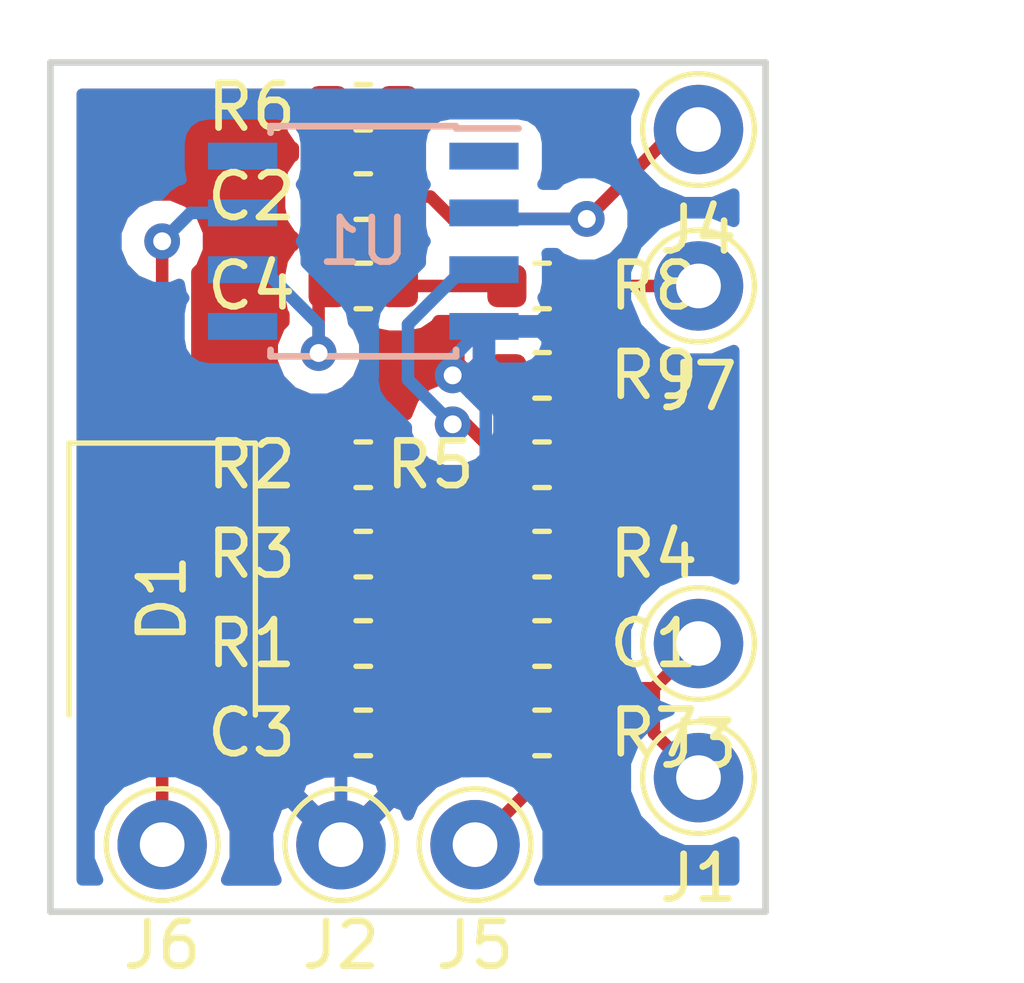
<source format=kicad_pcb>
(kicad_pcb (version 20171130) (host pcbnew 5.0.2-5.fc29)

  (general
    (thickness 1.6)
    (drawings 4)
    (tracks 60)
    (zones 0)
    (modules 22)
    (nets 14)
  )

  (page A4)
  (layers
    (0 F.Cu signal)
    (31 B.Cu signal)
    (32 B.Adhes user)
    (33 F.Adhes user)
    (34 B.Paste user)
    (35 F.Paste user)
    (36 B.SilkS user)
    (37 F.SilkS user)
    (38 B.Mask user)
    (39 F.Mask user)
    (40 Dwgs.User user)
    (41 Cmts.User user)
    (42 Eco1.User user)
    (43 Eco2.User user)
    (44 Edge.Cuts user)
    (45 Margin user)
    (46 B.CrtYd user)
    (47 F.CrtYd user)
    (48 B.Fab user)
    (49 F.Fab user)
  )

  (setup
    (last_trace_width 0.28)
    (trace_clearance 0.2)
    (zone_clearance 0.508)
    (zone_45_only no)
    (trace_min 0.2)
    (segment_width 0.2)
    (edge_width 0.15)
    (via_size 0.8)
    (via_drill 0.4)
    (via_min_size 0.4)
    (via_min_drill 0.3)
    (uvia_size 0.3)
    (uvia_drill 0.1)
    (uvias_allowed no)
    (uvia_min_size 0.2)
    (uvia_min_drill 0.1)
    (pcb_text_width 0.3)
    (pcb_text_size 1.5 1.5)
    (mod_edge_width 0.15)
    (mod_text_size 1 1)
    (mod_text_width 0.15)
    (pad_size 1.524 1.524)
    (pad_drill 0.762)
    (pad_to_mask_clearance 0.051)
    (solder_mask_min_width 0.25)
    (aux_axis_origin 0 0)
    (visible_elements FFFDFF7F)
    (pcbplotparams
      (layerselection 0x010fc_ffffffff)
      (usegerberextensions false)
      (usegerberattributes false)
      (usegerberadvancedattributes false)
      (creategerberjobfile false)
      (excludeedgelayer true)
      (linewidth 0.100000)
      (plotframeref false)
      (viasonmask false)
      (mode 1)
      (useauxorigin false)
      (hpglpennumber 1)
      (hpglpenspeed 20)
      (hpglpendiameter 15.000000)
      (psnegative false)
      (psa4output false)
      (plotreference true)
      (plotvalue true)
      (plotinvisibletext false)
      (padsonsilk false)
      (subtractmaskfromsilk false)
      (outputformat 1)
      (mirror false)
      (drillshape 1)
      (scaleselection 1)
      (outputdirectory ""))
  )

  (net 0 "")
  (net 1 "Net-(C1-Pad2)")
  (net 2 "Net-(C1-Pad1)")
  (net 3 "Net-(C2-Pad2)")
  (net 4 "Net-(C2-Pad1)")
  (net 5 "Net-(C3-Pad1)")
  (net 6 GND)
  (net 7 "Net-(C4-Pad1)")
  (net 8 "Net-(J5-Pad1)")
  (net 9 "Net-(J7-Pad1)")
  (net 10 "Net-(R2-Pad2)")
  (net 11 "Net-(R5-Pad1)")
  (net 12 "Net-(D1-Pad1)")
  (net 13 "Net-(D1-Pad2)")

  (net_class Default "This is the default net class."
    (clearance 0.2)
    (trace_width 0.28)
    (via_dia 0.8)
    (via_drill 0.4)
    (uvia_dia 0.3)
    (uvia_drill 0.1)
    (add_net GND)
    (add_net "Net-(C1-Pad1)")
    (add_net "Net-(C1-Pad2)")
    (add_net "Net-(C2-Pad1)")
    (add_net "Net-(C2-Pad2)")
    (add_net "Net-(C3-Pad1)")
    (add_net "Net-(C4-Pad1)")
    (add_net "Net-(D1-Pad1)")
    (add_net "Net-(D1-Pad2)")
    (add_net "Net-(J5-Pad1)")
    (add_net "Net-(J7-Pad1)")
    (add_net "Net-(R2-Pad2)")
    (add_net "Net-(R5-Pad1)")
  )

  (module Capacitor_SMD:C_0603_1608Metric (layer F.Cu) (tedit 5B301BBE) (tstamp 5CCA991B)
    (at 137 112.5 180)
    (descr "Capacitor SMD 0603 (1608 Metric), square (rectangular) end terminal, IPC_7351 nominal, (Body size source: http://www.tortai-tech.com/upload/download/2011102023233369053.pdf), generated with kicad-footprint-generator")
    (tags capacitor)
    (path /5CCA58FE)
    (attr smd)
    (fp_text reference C1 (at -2.5 0 180) (layer F.SilkS)
      (effects (font (size 1 1) (thickness 0.15)))
    )
    (fp_text value 0.1uF (at 0 1.43 180) (layer F.Fab)
      (effects (font (size 1 1) (thickness 0.15)))
    )
    (fp_text user %R (at 0 0 180) (layer F.Fab)
      (effects (font (size 0.4 0.4) (thickness 0.06)))
    )
    (fp_line (start 1.48 0.73) (end -1.48 0.73) (layer F.CrtYd) (width 0.05))
    (fp_line (start 1.48 -0.73) (end 1.48 0.73) (layer F.CrtYd) (width 0.05))
    (fp_line (start -1.48 -0.73) (end 1.48 -0.73) (layer F.CrtYd) (width 0.05))
    (fp_line (start -1.48 0.73) (end -1.48 -0.73) (layer F.CrtYd) (width 0.05))
    (fp_line (start -0.162779 0.51) (end 0.162779 0.51) (layer F.SilkS) (width 0.12))
    (fp_line (start -0.162779 -0.51) (end 0.162779 -0.51) (layer F.SilkS) (width 0.12))
    (fp_line (start 0.8 0.4) (end -0.8 0.4) (layer F.Fab) (width 0.1))
    (fp_line (start 0.8 -0.4) (end 0.8 0.4) (layer F.Fab) (width 0.1))
    (fp_line (start -0.8 -0.4) (end 0.8 -0.4) (layer F.Fab) (width 0.1))
    (fp_line (start -0.8 0.4) (end -0.8 -0.4) (layer F.Fab) (width 0.1))
    (pad 2 smd roundrect (at 0.7875 0 180) (size 0.875 0.95) (layers F.Cu F.Paste F.Mask) (roundrect_rratio 0.25)
      (net 1 "Net-(C1-Pad2)"))
    (pad 1 smd roundrect (at -0.7875 0 180) (size 0.875 0.95) (layers F.Cu F.Paste F.Mask) (roundrect_rratio 0.25)
      (net 2 "Net-(C1-Pad1)"))
    (model ${KISYS3DMOD}/Capacitor_SMD.3dshapes/C_0603_1608Metric.wrl
      (at (xyz 0 0 0))
      (scale (xyz 1 1 1))
      (rotate (xyz 0 0 0))
    )
  )

  (module Capacitor_SMD:C_0603_1608Metric (layer F.Cu) (tedit 5B301BBE) (tstamp 5CCA992C)
    (at 133 102.5)
    (descr "Capacitor SMD 0603 (1608 Metric), square (rectangular) end terminal, IPC_7351 nominal, (Body size source: http://www.tortai-tech.com/upload/download/2011102023233369053.pdf), generated with kicad-footprint-generator")
    (tags capacitor)
    (path /5CCA5F15)
    (attr smd)
    (fp_text reference C2 (at -2.5 0) (layer F.SilkS)
      (effects (font (size 1 1) (thickness 0.15)))
    )
    (fp_text value 47pF (at 0 0) (layer F.Fab)
      (effects (font (size 1 1) (thickness 0.15)))
    )
    (fp_text user %R (at 0 0) (layer F.Fab)
      (effects (font (size 0.4 0.4) (thickness 0.06)))
    )
    (fp_line (start 1.48 0.73) (end -1.48 0.73) (layer F.CrtYd) (width 0.05))
    (fp_line (start 1.48 -0.73) (end 1.48 0.73) (layer F.CrtYd) (width 0.05))
    (fp_line (start -1.48 -0.73) (end 1.48 -0.73) (layer F.CrtYd) (width 0.05))
    (fp_line (start -1.48 0.73) (end -1.48 -0.73) (layer F.CrtYd) (width 0.05))
    (fp_line (start -0.162779 0.51) (end 0.162779 0.51) (layer F.SilkS) (width 0.12))
    (fp_line (start -0.162779 -0.51) (end 0.162779 -0.51) (layer F.SilkS) (width 0.12))
    (fp_line (start 0.8 0.4) (end -0.8 0.4) (layer F.Fab) (width 0.1))
    (fp_line (start 0.8 -0.4) (end 0.8 0.4) (layer F.Fab) (width 0.1))
    (fp_line (start -0.8 -0.4) (end 0.8 -0.4) (layer F.Fab) (width 0.1))
    (fp_line (start -0.8 0.4) (end -0.8 -0.4) (layer F.Fab) (width 0.1))
    (pad 2 smd roundrect (at 0.7875 0) (size 0.875 0.95) (layers F.Cu F.Paste F.Mask) (roundrect_rratio 0.25)
      (net 3 "Net-(C2-Pad2)"))
    (pad 1 smd roundrect (at -0.7875 0) (size 0.875 0.95) (layers F.Cu F.Paste F.Mask) (roundrect_rratio 0.25)
      (net 4 "Net-(C2-Pad1)"))
    (model ${KISYS3DMOD}/Capacitor_SMD.3dshapes/C_0603_1608Metric.wrl
      (at (xyz 0 0 0))
      (scale (xyz 1 1 1))
      (rotate (xyz 0 0 0))
    )
  )

  (module Capacitor_SMD:C_0603_1608Metric (layer F.Cu) (tedit 5B301BBE) (tstamp 5CCA993D)
    (at 133 114.5 180)
    (descr "Capacitor SMD 0603 (1608 Metric), square (rectangular) end terminal, IPC_7351 nominal, (Body size source: http://www.tortai-tech.com/upload/download/2011102023233369053.pdf), generated with kicad-footprint-generator")
    (tags capacitor)
    (path /5CCAC26A)
    (attr smd)
    (fp_text reference C3 (at 2.5 0 180) (layer F.SilkS)
      (effects (font (size 1 1) (thickness 0.15)))
    )
    (fp_text value 4.7uF (at 0 0 180) (layer F.Fab)
      (effects (font (size 1 1) (thickness 0.15)))
    )
    (fp_line (start -0.8 0.4) (end -0.8 -0.4) (layer F.Fab) (width 0.1))
    (fp_line (start -0.8 -0.4) (end 0.8 -0.4) (layer F.Fab) (width 0.1))
    (fp_line (start 0.8 -0.4) (end 0.8 0.4) (layer F.Fab) (width 0.1))
    (fp_line (start 0.8 0.4) (end -0.8 0.4) (layer F.Fab) (width 0.1))
    (fp_line (start -0.162779 -0.51) (end 0.162779 -0.51) (layer F.SilkS) (width 0.12))
    (fp_line (start -0.162779 0.51) (end 0.162779 0.51) (layer F.SilkS) (width 0.12))
    (fp_line (start -1.48 0.73) (end -1.48 -0.73) (layer F.CrtYd) (width 0.05))
    (fp_line (start -1.48 -0.73) (end 1.48 -0.73) (layer F.CrtYd) (width 0.05))
    (fp_line (start 1.48 -0.73) (end 1.48 0.73) (layer F.CrtYd) (width 0.05))
    (fp_line (start 1.48 0.73) (end -1.48 0.73) (layer F.CrtYd) (width 0.05))
    (fp_text user %R (at 0 -0.755001 180) (layer F.Fab)
      (effects (font (size 0.4 0.4) (thickness 0.06)))
    )
    (pad 1 smd roundrect (at -0.7875 0 180) (size 0.875 0.95) (layers F.Cu F.Paste F.Mask) (roundrect_rratio 0.25)
      (net 5 "Net-(C3-Pad1)"))
    (pad 2 smd roundrect (at 0.7875 0 180) (size 0.875 0.95) (layers F.Cu F.Paste F.Mask) (roundrect_rratio 0.25)
      (net 6 GND))
    (model ${KISYS3DMOD}/Capacitor_SMD.3dshapes/C_0603_1608Metric.wrl
      (at (xyz 0 0 0))
      (scale (xyz 1 1 1))
      (rotate (xyz 0 0 0))
    )
  )

  (module Capacitor_SMD:C_0603_1608Metric (layer F.Cu) (tedit 5B301BBE) (tstamp 5CCA9F80)
    (at 133 104.5 180)
    (descr "Capacitor SMD 0603 (1608 Metric), square (rectangular) end terminal, IPC_7351 nominal, (Body size source: http://www.tortai-tech.com/upload/download/2011102023233369053.pdf), generated with kicad-footprint-generator")
    (tags capacitor)
    (path /5CCA8C13)
    (attr smd)
    (fp_text reference C4 (at 2.5 0 180) (layer F.SilkS)
      (effects (font (size 1 1) (thickness 0.15)))
    )
    (fp_text value 15uF (at 0 0 180) (layer F.Fab)
      (effects (font (size 1 1) (thickness 0.15)))
    )
    (fp_line (start -0.8 0.4) (end -0.8 -0.4) (layer F.Fab) (width 0.1))
    (fp_line (start -0.8 -0.4) (end 0.8 -0.4) (layer F.Fab) (width 0.1))
    (fp_line (start 0.8 -0.4) (end 0.8 0.4) (layer F.Fab) (width 0.1))
    (fp_line (start 0.8 0.4) (end -0.8 0.4) (layer F.Fab) (width 0.1))
    (fp_line (start -0.162779 -0.51) (end 0.162779 -0.51) (layer F.SilkS) (width 0.12))
    (fp_line (start -0.162779 0.51) (end 0.162779 0.51) (layer F.SilkS) (width 0.12))
    (fp_line (start -1.48 0.73) (end -1.48 -0.73) (layer F.CrtYd) (width 0.05))
    (fp_line (start -1.48 -0.73) (end 1.48 -0.73) (layer F.CrtYd) (width 0.05))
    (fp_line (start 1.48 -0.73) (end 1.48 0.73) (layer F.CrtYd) (width 0.05))
    (fp_line (start 1.48 0.73) (end -1.48 0.73) (layer F.CrtYd) (width 0.05))
    (fp_text user %R (at 0 0 180) (layer F.Fab)
      (effects (font (size 0.4 0.4) (thickness 0.06)))
    )
    (pad 1 smd roundrect (at -0.7875 0 180) (size 0.875 0.95) (layers F.Cu F.Paste F.Mask) (roundrect_rratio 0.25)
      (net 7 "Net-(C4-Pad1)"))
    (pad 2 smd roundrect (at 0.7875 0 180) (size 0.875 0.95) (layers F.Cu F.Paste F.Mask) (roundrect_rratio 0.25)
      (net 4 "Net-(C2-Pad1)"))
    (model ${KISYS3DMOD}/Capacitor_SMD.3dshapes/C_0603_1608Metric.wrl
      (at (xyz 0 0 0))
      (scale (xyz 1 1 1))
      (rotate (xyz 0 0 0))
    )
  )

  (module Connector_Pin:Pin_D1.0mm_L10.0mm (layer F.Cu) (tedit 5A1DC084) (tstamp 5CCA9958)
    (at 140.5 115.5)
    (descr "solder Pin_ diameter 1.0mm, hole diameter 1.0mm (press fit), length 10.0mm")
    (tags "solder Pin_ press fit")
    (path /5CCB53DC)
    (fp_text reference J1 (at 0 2.25) (layer F.SilkS)
      (effects (font (size 1 1) (thickness 0.15)))
    )
    (fp_text value "From Volume Knob" (at 0 -2.05) (layer F.Fab)
      (effects (font (size 1 1) (thickness 0.15)))
    )
    (fp_text user %R (at 0 2.25) (layer F.Fab)
      (effects (font (size 1 1) (thickness 0.15)))
    )
    (fp_circle (center 0 0) (end 1.5 0) (layer F.CrtYd) (width 0.05))
    (fp_circle (center 0 0) (end 0.5 0) (layer F.Fab) (width 0.12))
    (fp_circle (center 0 0) (end 1 0) (layer F.Fab) (width 0.12))
    (fp_circle (center 0 0) (end 1.25 0.05) (layer F.SilkS) (width 0.12))
    (pad 1 thru_hole circle (at 0 0) (size 2 2) (drill 1) (layers *.Cu *.Mask)
      (net 1 "Net-(C1-Pad2)"))
    (model ${KISYS3DMOD}/Connector_Pin.3dshapes/Pin_D1.0mm_L10.0mm.wrl
      (at (xyz 0 0 0))
      (scale (xyz 1 1 1))
      (rotate (xyz 0 0 0))
    )
  )

  (module Connector_Pin:Pin_D1.0mm_L10.0mm (layer F.Cu) (tedit 5A1DC084) (tstamp 5CCA9962)
    (at 132.5 117)
    (descr "solder Pin_ diameter 1.0mm, hole diameter 1.0mm (press fit), length 10.0mm")
    (tags "solder Pin_ press fit")
    (path /5CCC37D0)
    (fp_text reference J2 (at 0 2.25) (layer F.SilkS)
      (effects (font (size 1 1) (thickness 0.15)))
    )
    (fp_text value GND (at 0 -2.05) (layer F.Fab)
      (effects (font (size 1 1) (thickness 0.15)))
    )
    (fp_text user %R (at 0 2.25) (layer F.Fab)
      (effects (font (size 1 1) (thickness 0.15)))
    )
    (fp_circle (center 0 0) (end 1.5 0) (layer F.CrtYd) (width 0.05))
    (fp_circle (center 0 0) (end 0.5 0) (layer F.Fab) (width 0.12))
    (fp_circle (center 0 0) (end 1 0) (layer F.Fab) (width 0.12))
    (fp_circle (center 0 0) (end 1.25 0.05) (layer F.SilkS) (width 0.12))
    (pad 1 thru_hole circle (at 0 0) (size 2 2) (drill 1) (layers *.Cu *.Mask)
      (net 6 GND))
    (model ${KISYS3DMOD}/Connector_Pin.3dshapes/Pin_D1.0mm_L10.0mm.wrl
      (at (xyz 0 0 0))
      (scale (xyz 1 1 1))
      (rotate (xyz 0 0 0))
    )
  )

  (module Connector_Pin:Pin_D1.0mm_L10.0mm (layer F.Cu) (tedit 5A1DC084) (tstamp 5CCA996C)
    (at 140.5 112.5)
    (descr "solder Pin_ diameter 1.0mm, hole diameter 1.0mm (press fit), length 10.0mm")
    (tags "solder Pin_ press fit")
    (path /5CCC35AF)
    (fp_text reference J3 (at 0 2.25) (layer F.SilkS)
      (effects (font (size 1 1) (thickness 0.15)))
    )
    (fp_text value "Bypass SW" (at 0 -2.05) (layer F.Fab)
      (effects (font (size 1 1) (thickness 0.15)))
    )
    (fp_text user %R (at 0 2.25) (layer F.Fab)
      (effects (font (size 1 1) (thickness 0.15)))
    )
    (fp_circle (center 0 0) (end 1.5 0) (layer F.CrtYd) (width 0.05))
    (fp_circle (center 0 0) (end 0.5 0) (layer F.Fab) (width 0.12))
    (fp_circle (center 0 0) (end 1 0) (layer F.Fab) (width 0.12))
    (fp_circle (center 0 0) (end 1.25 0.05) (layer F.SilkS) (width 0.12))
    (pad 1 thru_hole circle (at 0 0) (size 2 2) (drill 1) (layers *.Cu *.Mask)
      (net 1 "Net-(C1-Pad2)"))
    (model ${KISYS3DMOD}/Connector_Pin.3dshapes/Pin_D1.0mm_L10.0mm.wrl
      (at (xyz 0 0 0))
      (scale (xyz 1 1 1))
      (rotate (xyz 0 0 0))
    )
  )

  (module Connector_Pin:Pin_D1.0mm_L10.0mm (layer F.Cu) (tedit 5A1DC084) (tstamp 5CCA9976)
    (at 140.5 101)
    (descr "solder Pin_ diameter 1.0mm, hole diameter 1.0mm (press fit), length 10.0mm")
    (tags "solder Pin_ press fit")
    (path /5CCC2FCD)
    (fp_text reference J4 (at 0 2.25) (layer F.SilkS)
      (effects (font (size 1 1) (thickness 0.15)))
    )
    (fp_text value RV1 (at 0 -2.05) (layer F.Fab)
      (effects (font (size 1 1) (thickness 0.15)))
    )
    (fp_circle (center 0 0) (end 1.25 0.05) (layer F.SilkS) (width 0.12))
    (fp_circle (center 0 0) (end 1 0) (layer F.Fab) (width 0.12))
    (fp_circle (center 0 0) (end 0.5 0) (layer F.Fab) (width 0.12))
    (fp_circle (center 0 0) (end 1.5 0) (layer F.CrtYd) (width 0.05))
    (fp_text user %R (at 0 2.25) (layer F.Fab)
      (effects (font (size 1 1) (thickness 0.15)))
    )
    (pad 1 thru_hole circle (at 0 0) (size 2 2) (drill 1) (layers *.Cu *.Mask)
      (net 3 "Net-(C2-Pad2)"))
    (model ${KISYS3DMOD}/Connector_Pin.3dshapes/Pin_D1.0mm_L10.0mm.wrl
      (at (xyz 0 0 0))
      (scale (xyz 1 1 1))
      (rotate (xyz 0 0 0))
    )
  )

  (module Connector_Pin:Pin_D1.0mm_L10.0mm (layer F.Cu) (tedit 5A1DC084) (tstamp 5CCA9980)
    (at 135.5 117)
    (descr "solder Pin_ diameter 1.0mm, hole diameter 1.0mm (press fit), length 10.0mm")
    (tags "solder Pin_ press fit")
    (path /5CCC3148)
    (fp_text reference J5 (at 0 2.25) (layer F.SilkS)
      (effects (font (size 1 1) (thickness 0.15)))
    )
    (fp_text value RV2 (at 0 -2.05) (layer F.Fab)
      (effects (font (size 1 1) (thickness 0.15)))
    )
    (fp_text user %R (at 0 2.25) (layer F.Fab)
      (effects (font (size 1 1) (thickness 0.15)))
    )
    (fp_circle (center 0 0) (end 1.5 0) (layer F.CrtYd) (width 0.05))
    (fp_circle (center 0 0) (end 0.5 0) (layer F.Fab) (width 0.12))
    (fp_circle (center 0 0) (end 1 0) (layer F.Fab) (width 0.12))
    (fp_circle (center 0 0) (end 1.25 0.05) (layer F.SilkS) (width 0.12))
    (pad 1 thru_hole circle (at 0 0) (size 2 2) (drill 1) (layers *.Cu *.Mask)
      (net 8 "Net-(J5-Pad1)"))
    (model ${KISYS3DMOD}/Connector_Pin.3dshapes/Pin_D1.0mm_L10.0mm.wrl
      (at (xyz 0 0 0))
      (scale (xyz 1 1 1))
      (rotate (xyz 0 0 0))
    )
  )

  (module Connector_Pin:Pin_D1.0mm_L10.0mm (layer F.Cu) (tedit 5A1DC084) (tstamp 5CCA998A)
    (at 128.5 117)
    (descr "solder Pin_ diameter 1.0mm, hole diameter 1.0mm (press fit), length 10.0mm")
    (tags "solder Pin_ press fit")
    (path /5CCC36A9)
    (fp_text reference J6 (at 0 2.25) (layer F.SilkS)
      (effects (font (size 1 1) (thickness 0.15)))
    )
    (fp_text value 9V (at 0 -2.05) (layer F.Fab)
      (effects (font (size 1 1) (thickness 0.15)))
    )
    (fp_circle (center 0 0) (end 1.25 0.05) (layer F.SilkS) (width 0.12))
    (fp_circle (center 0 0) (end 1 0) (layer F.Fab) (width 0.12))
    (fp_circle (center 0 0) (end 0.5 0) (layer F.Fab) (width 0.12))
    (fp_circle (center 0 0) (end 1.5 0) (layer F.CrtYd) (width 0.05))
    (fp_text user %R (at 0 2.25) (layer F.Fab)
      (effects (font (size 1 1) (thickness 0.15)))
    )
    (pad 1 thru_hole circle (at 0 0) (size 2 2) (drill 1) (layers *.Cu *.Mask)
      (net 13 "Net-(D1-Pad2)"))
    (model ${KISYS3DMOD}/Connector_Pin.3dshapes/Pin_D1.0mm_L10.0mm.wrl
      (at (xyz 0 0 0))
      (scale (xyz 1 1 1))
      (rotate (xyz 0 0 0))
    )
  )

  (module Connector_Pin:Pin_D1.0mm_L10.0mm (layer F.Cu) (tedit 5A1DC084) (tstamp 5CCA9994)
    (at 140.5 104.5)
    (descr "solder Pin_ diameter 1.0mm, hole diameter 1.0mm (press fit), length 10.0mm")
    (tags "solder Pin_ press fit")
    (path /5CCC343C)
    (fp_text reference J7 (at 0 2.25) (layer F.SilkS)
      (effects (font (size 1 1) (thickness 0.15)))
    )
    (fp_text value "Audio Out" (at 0 -2.05) (layer F.Fab)
      (effects (font (size 1 1) (thickness 0.15)))
    )
    (fp_circle (center 0 0) (end 1.25 0.05) (layer F.SilkS) (width 0.12))
    (fp_circle (center 0 0) (end 1 0) (layer F.Fab) (width 0.12))
    (fp_circle (center 0 0) (end 0.5 0) (layer F.Fab) (width 0.12))
    (fp_circle (center 0 0) (end 1.5 0) (layer F.CrtYd) (width 0.05))
    (fp_text user %R (at 0 2.25) (layer F.Fab)
      (effects (font (size 1 1) (thickness 0.15)))
    )
    (pad 1 thru_hole circle (at 0 0) (size 2 2) (drill 1) (layers *.Cu *.Mask)
      (net 9 "Net-(J7-Pad1)"))
    (model ${KISYS3DMOD}/Connector_Pin.3dshapes/Pin_D1.0mm_L10.0mm.wrl
      (at (xyz 0 0 0))
      (scale (xyz 1 1 1))
      (rotate (xyz 0 0 0))
    )
  )

  (module Resistor_SMD:R_0603_1608Metric (layer F.Cu) (tedit 5B301BBD) (tstamp 5CCA99A5)
    (at 133 112.5 180)
    (descr "Resistor SMD 0603 (1608 Metric), square (rectangular) end terminal, IPC_7351 nominal, (Body size source: http://www.tortai-tech.com/upload/download/2011102023233369053.pdf), generated with kicad-footprint-generator")
    (tags resistor)
    (path /5CCA70AF)
    (attr smd)
    (fp_text reference R1 (at 2.5 0 180) (layer F.SilkS)
      (effects (font (size 1 1) (thickness 0.15)))
    )
    (fp_text value 22M (at 0 0 180) (layer F.Fab)
      (effects (font (size 1 1) (thickness 0.15)))
    )
    (fp_text user %R (at 0 0 180) (layer F.Fab)
      (effects (font (size 0.4 0.4) (thickness 0.06)))
    )
    (fp_line (start 1.48 0.73) (end -1.48 0.73) (layer F.CrtYd) (width 0.05))
    (fp_line (start 1.48 -0.73) (end 1.48 0.73) (layer F.CrtYd) (width 0.05))
    (fp_line (start -1.48 -0.73) (end 1.48 -0.73) (layer F.CrtYd) (width 0.05))
    (fp_line (start -1.48 0.73) (end -1.48 -0.73) (layer F.CrtYd) (width 0.05))
    (fp_line (start -0.162779 0.51) (end 0.162779 0.51) (layer F.SilkS) (width 0.12))
    (fp_line (start -0.162779 -0.51) (end 0.162779 -0.51) (layer F.SilkS) (width 0.12))
    (fp_line (start 0.8 0.4) (end -0.8 0.4) (layer F.Fab) (width 0.1))
    (fp_line (start 0.8 -0.4) (end 0.8 0.4) (layer F.Fab) (width 0.1))
    (fp_line (start -0.8 -0.4) (end 0.8 -0.4) (layer F.Fab) (width 0.1))
    (fp_line (start -0.8 0.4) (end -0.8 -0.4) (layer F.Fab) (width 0.1))
    (pad 2 smd roundrect (at 0.7875 0 180) (size 0.875 0.95) (layers F.Cu F.Paste F.Mask) (roundrect_rratio 0.25)
      (net 6 GND))
    (pad 1 smd roundrect (at -0.7875 0 180) (size 0.875 0.95) (layers F.Cu F.Paste F.Mask) (roundrect_rratio 0.25)
      (net 1 "Net-(C1-Pad2)"))
    (model ${KISYS3DMOD}/Resistor_SMD.3dshapes/R_0603_1608Metric.wrl
      (at (xyz 0 0 0))
      (scale (xyz 1 1 1))
      (rotate (xyz 0 0 0))
    )
  )

  (module Resistor_SMD:R_0603_1608Metric (layer F.Cu) (tedit 5B301BBD) (tstamp 5CCA99B6)
    (at 133 108.5)
    (descr "Resistor SMD 0603 (1608 Metric), square (rectangular) end terminal, IPC_7351 nominal, (Body size source: http://www.tortai-tech.com/upload/download/2011102023233369053.pdf), generated with kicad-footprint-generator")
    (tags resistor)
    (path /5CCA59D1)
    (attr smd)
    (fp_text reference R2 (at -2.5 0) (layer F.SilkS)
      (effects (font (size 1 1) (thickness 0.15)))
    )
    (fp_text value 100K (at 0 0) (layer F.Fab)
      (effects (font (size 1 1) (thickness 0.15)))
    )
    (fp_line (start -0.8 0.4) (end -0.8 -0.4) (layer F.Fab) (width 0.1))
    (fp_line (start -0.8 -0.4) (end 0.8 -0.4) (layer F.Fab) (width 0.1))
    (fp_line (start 0.8 -0.4) (end 0.8 0.4) (layer F.Fab) (width 0.1))
    (fp_line (start 0.8 0.4) (end -0.8 0.4) (layer F.Fab) (width 0.1))
    (fp_line (start -0.162779 -0.51) (end 0.162779 -0.51) (layer F.SilkS) (width 0.12))
    (fp_line (start -0.162779 0.51) (end 0.162779 0.51) (layer F.SilkS) (width 0.12))
    (fp_line (start -1.48 0.73) (end -1.48 -0.73) (layer F.CrtYd) (width 0.05))
    (fp_line (start -1.48 -0.73) (end 1.48 -0.73) (layer F.CrtYd) (width 0.05))
    (fp_line (start 1.48 -0.73) (end 1.48 0.73) (layer F.CrtYd) (width 0.05))
    (fp_line (start 1.48 0.73) (end -1.48 0.73) (layer F.CrtYd) (width 0.05))
    (fp_text user %R (at -0.5 1) (layer F.Fab)
      (effects (font (size 0.4 0.4) (thickness 0.06)))
    )
    (pad 1 smd roundrect (at -0.7875 0) (size 0.875 0.95) (layers F.Cu F.Paste F.Mask) (roundrect_rratio 0.25)
      (net 12 "Net-(D1-Pad1)"))
    (pad 2 smd roundrect (at 0.7875 0) (size 0.875 0.95) (layers F.Cu F.Paste F.Mask) (roundrect_rratio 0.25)
      (net 10 "Net-(R2-Pad2)"))
    (model ${KISYS3DMOD}/Resistor_SMD.3dshapes/R_0603_1608Metric.wrl
      (at (xyz 0 0 0))
      (scale (xyz 1 1 1))
      (rotate (xyz 0 0 0))
    )
  )

  (module Resistor_SMD:R_0603_1608Metric (layer F.Cu) (tedit 5B301BBD) (tstamp 5CCAB16A)
    (at 133 110.5 180)
    (descr "Resistor SMD 0603 (1608 Metric), square (rectangular) end terminal, IPC_7351 nominal, (Body size source: http://www.tortai-tech.com/upload/download/2011102023233369053.pdf), generated with kicad-footprint-generator")
    (tags resistor)
    (path /5CCA5B1C)
    (attr smd)
    (fp_text reference R3 (at 2.5 0 180) (layer F.SilkS)
      (effects (font (size 1 1) (thickness 0.15)))
    )
    (fp_text value 100K (at 0 0 180) (layer F.Fab)
      (effects (font (size 1 1) (thickness 0.15)))
    )
    (fp_text user %R (at 0 0 180) (layer F.Fab)
      (effects (font (size 0.4 0.4) (thickness 0.06)))
    )
    (fp_line (start 1.48 0.73) (end -1.48 0.73) (layer F.CrtYd) (width 0.05))
    (fp_line (start 1.48 -0.73) (end 1.48 0.73) (layer F.CrtYd) (width 0.05))
    (fp_line (start -1.48 -0.73) (end 1.48 -0.73) (layer F.CrtYd) (width 0.05))
    (fp_line (start -1.48 0.73) (end -1.48 -0.73) (layer F.CrtYd) (width 0.05))
    (fp_line (start -0.162779 0.51) (end 0.162779 0.51) (layer F.SilkS) (width 0.12))
    (fp_line (start -0.162779 -0.51) (end 0.162779 -0.51) (layer F.SilkS) (width 0.12))
    (fp_line (start 0.8 0.4) (end -0.8 0.4) (layer F.Fab) (width 0.1))
    (fp_line (start 0.8 -0.4) (end 0.8 0.4) (layer F.Fab) (width 0.1))
    (fp_line (start -0.8 -0.4) (end 0.8 -0.4) (layer F.Fab) (width 0.1))
    (fp_line (start -0.8 0.4) (end -0.8 -0.4) (layer F.Fab) (width 0.1))
    (pad 2 smd roundrect (at 0.7875 0 180) (size 0.875 0.95) (layers F.Cu F.Paste F.Mask) (roundrect_rratio 0.25)
      (net 6 GND))
    (pad 1 smd roundrect (at -0.7875 0 180) (size 0.875 0.95) (layers F.Cu F.Paste F.Mask) (roundrect_rratio 0.25)
      (net 10 "Net-(R2-Pad2)"))
    (model ${KISYS3DMOD}/Resistor_SMD.3dshapes/R_0603_1608Metric.wrl
      (at (xyz 0 0 0))
      (scale (xyz 1 1 1))
      (rotate (xyz 0 0 0))
    )
  )

  (module Resistor_SMD:R_0603_1608Metric (layer F.Cu) (tedit 5B301BBD) (tstamp 5CCA99D8)
    (at 137 110.5 180)
    (descr "Resistor SMD 0603 (1608 Metric), square (rectangular) end terminal, IPC_7351 nominal, (Body size source: http://www.tortai-tech.com/upload/download/2011102023233369053.pdf), generated with kicad-footprint-generator")
    (tags resistor)
    (path /5CCA5C41)
    (attr smd)
    (fp_text reference R4 (at -2.5 0 180) (layer F.SilkS)
      (effects (font (size 1 1) (thickness 0.15)))
    )
    (fp_text value 10M (at 0 0 180) (layer F.Fab)
      (effects (font (size 1 1) (thickness 0.15)))
    )
    (fp_line (start -0.8 0.4) (end -0.8 -0.4) (layer F.Fab) (width 0.1))
    (fp_line (start -0.8 -0.4) (end 0.8 -0.4) (layer F.Fab) (width 0.1))
    (fp_line (start 0.8 -0.4) (end 0.8 0.4) (layer F.Fab) (width 0.1))
    (fp_line (start 0.8 0.4) (end -0.8 0.4) (layer F.Fab) (width 0.1))
    (fp_line (start -0.162779 -0.51) (end 0.162779 -0.51) (layer F.SilkS) (width 0.12))
    (fp_line (start -0.162779 0.51) (end 0.162779 0.51) (layer F.SilkS) (width 0.12))
    (fp_line (start -1.48 0.73) (end -1.48 -0.73) (layer F.CrtYd) (width 0.05))
    (fp_line (start -1.48 -0.73) (end 1.48 -0.73) (layer F.CrtYd) (width 0.05))
    (fp_line (start 1.48 -0.73) (end 1.48 0.73) (layer F.CrtYd) (width 0.05))
    (fp_line (start 1.48 0.73) (end -1.48 0.73) (layer F.CrtYd) (width 0.05))
    (fp_text user %R (at 0 0 180) (layer F.Fab)
      (effects (font (size 0.4 0.4) (thickness 0.06)))
    )
    (pad 1 smd roundrect (at -0.7875 0 180) (size 0.875 0.95) (layers F.Cu F.Paste F.Mask) (roundrect_rratio 0.25)
      (net 2 "Net-(C1-Pad1)"))
    (pad 2 smd roundrect (at 0.7875 0 180) (size 0.875 0.95) (layers F.Cu F.Paste F.Mask) (roundrect_rratio 0.25)
      (net 10 "Net-(R2-Pad2)"))
    (model ${KISYS3DMOD}/Resistor_SMD.3dshapes/R_0603_1608Metric.wrl
      (at (xyz 0 0 0))
      (scale (xyz 1 1 1))
      (rotate (xyz 0 0 0))
    )
  )

  (module Resistor_SMD:R_0603_1608Metric (layer F.Cu) (tedit 5B301BBD) (tstamp 5CCA99E9)
    (at 137 108.5)
    (descr "Resistor SMD 0603 (1608 Metric), square (rectangular) end terminal, IPC_7351 nominal, (Body size source: http://www.tortai-tech.com/upload/download/2011102023233369053.pdf), generated with kicad-footprint-generator")
    (tags resistor)
    (path /5CCA5816)
    (attr smd)
    (fp_text reference R5 (at -2.5 0) (layer F.SilkS)
      (effects (font (size 1 1) (thickness 0.15)))
    )
    (fp_text value 1K (at 0 0) (layer F.Fab)
      (effects (font (size 1 1) (thickness 0.15)))
    )
    (fp_line (start -0.8 0.4) (end -0.8 -0.4) (layer F.Fab) (width 0.1))
    (fp_line (start -0.8 -0.4) (end 0.8 -0.4) (layer F.Fab) (width 0.1))
    (fp_line (start 0.8 -0.4) (end 0.8 0.4) (layer F.Fab) (width 0.1))
    (fp_line (start 0.8 0.4) (end -0.8 0.4) (layer F.Fab) (width 0.1))
    (fp_line (start -0.162779 -0.51) (end 0.162779 -0.51) (layer F.SilkS) (width 0.12))
    (fp_line (start -0.162779 0.51) (end 0.162779 0.51) (layer F.SilkS) (width 0.12))
    (fp_line (start -1.48 0.73) (end -1.48 -0.73) (layer F.CrtYd) (width 0.05))
    (fp_line (start -1.48 -0.73) (end 1.48 -0.73) (layer F.CrtYd) (width 0.05))
    (fp_line (start 1.48 -0.73) (end 1.48 0.73) (layer F.CrtYd) (width 0.05))
    (fp_line (start 1.48 0.73) (end -1.48 0.73) (layer F.CrtYd) (width 0.05))
    (fp_text user %R (at 0 0) (layer F.Fab)
      (effects (font (size 0.4 0.4) (thickness 0.06)))
    )
    (pad 1 smd roundrect (at -0.7875 0) (size 0.875 0.95) (layers F.Cu F.Paste F.Mask) (roundrect_rratio 0.25)
      (net 11 "Net-(R5-Pad1)"))
    (pad 2 smd roundrect (at 0.7875 0) (size 0.875 0.95) (layers F.Cu F.Paste F.Mask) (roundrect_rratio 0.25)
      (net 2 "Net-(C1-Pad1)"))
    (model ${KISYS3DMOD}/Resistor_SMD.3dshapes/R_0603_1608Metric.wrl
      (at (xyz 0 0 0))
      (scale (xyz 1 1 1))
      (rotate (xyz 0 0 0))
    )
  )

  (module Resistor_SMD:R_0603_1608Metric (layer F.Cu) (tedit 5B301BBD) (tstamp 5CCA99FA)
    (at 133 100.5)
    (descr "Resistor SMD 0603 (1608 Metric), square (rectangular) end terminal, IPC_7351 nominal, (Body size source: http://www.tortai-tech.com/upload/download/2011102023233369053.pdf), generated with kicad-footprint-generator")
    (tags resistor)
    (path /5CCA602E)
    (attr smd)
    (fp_text reference R6 (at -2.5 0) (layer F.SilkS)
      (effects (font (size 1 1) (thickness 0.15)))
    )
    (fp_text value 56K (at 0 0) (layer F.Fab)
      (effects (font (size 1 1) (thickness 0.15)))
    )
    (fp_text user %R (at 0 0) (layer F.Fab)
      (effects (font (size 0.4 0.4) (thickness 0.06)))
    )
    (fp_line (start 1.48 0.73) (end -1.48 0.73) (layer F.CrtYd) (width 0.05))
    (fp_line (start 1.48 -0.73) (end 1.48 0.73) (layer F.CrtYd) (width 0.05))
    (fp_line (start -1.48 -0.73) (end 1.48 -0.73) (layer F.CrtYd) (width 0.05))
    (fp_line (start -1.48 0.73) (end -1.48 -0.73) (layer F.CrtYd) (width 0.05))
    (fp_line (start -0.162779 0.51) (end 0.162779 0.51) (layer F.SilkS) (width 0.12))
    (fp_line (start -0.162779 -0.51) (end 0.162779 -0.51) (layer F.SilkS) (width 0.12))
    (fp_line (start 0.8 0.4) (end -0.8 0.4) (layer F.Fab) (width 0.1))
    (fp_line (start 0.8 -0.4) (end 0.8 0.4) (layer F.Fab) (width 0.1))
    (fp_line (start -0.8 -0.4) (end 0.8 -0.4) (layer F.Fab) (width 0.1))
    (fp_line (start -0.8 0.4) (end -0.8 -0.4) (layer F.Fab) (width 0.1))
    (pad 2 smd roundrect (at 0.7875 0) (size 0.875 0.95) (layers F.Cu F.Paste F.Mask) (roundrect_rratio 0.25)
      (net 3 "Net-(C2-Pad2)"))
    (pad 1 smd roundrect (at -0.7875 0) (size 0.875 0.95) (layers F.Cu F.Paste F.Mask) (roundrect_rratio 0.25)
      (net 4 "Net-(C2-Pad1)"))
    (model ${KISYS3DMOD}/Resistor_SMD.3dshapes/R_0603_1608Metric.wrl
      (at (xyz 0 0 0))
      (scale (xyz 1 1 1))
      (rotate (xyz 0 0 0))
    )
  )

  (module Resistor_SMD:R_0603_1608Metric (layer F.Cu) (tedit 5B301BBD) (tstamp 5CCA9A0B)
    (at 137 114.5 180)
    (descr "Resistor SMD 0603 (1608 Metric), square (rectangular) end terminal, IPC_7351 nominal, (Body size source: http://www.tortai-tech.com/upload/download/2011102023233369053.pdf), generated with kicad-footprint-generator")
    (tags resistor)
    (path /5CCA636D)
    (attr smd)
    (fp_text reference R7 (at -2.5 0 180) (layer F.SilkS)
      (effects (font (size 1 1) (thickness 0.15)))
    )
    (fp_text value 2.7K (at 0 0 180) (layer F.Fab)
      (effects (font (size 1 1) (thickness 0.15)))
    )
    (fp_line (start -0.8 0.4) (end -0.8 -0.4) (layer F.Fab) (width 0.1))
    (fp_line (start -0.8 -0.4) (end 0.8 -0.4) (layer F.Fab) (width 0.1))
    (fp_line (start 0.8 -0.4) (end 0.8 0.4) (layer F.Fab) (width 0.1))
    (fp_line (start 0.8 0.4) (end -0.8 0.4) (layer F.Fab) (width 0.1))
    (fp_line (start -0.162779 -0.51) (end 0.162779 -0.51) (layer F.SilkS) (width 0.12))
    (fp_line (start -0.162779 0.51) (end 0.162779 0.51) (layer F.SilkS) (width 0.12))
    (fp_line (start -1.48 0.73) (end -1.48 -0.73) (layer F.CrtYd) (width 0.05))
    (fp_line (start -1.48 -0.73) (end 1.48 -0.73) (layer F.CrtYd) (width 0.05))
    (fp_line (start 1.48 -0.73) (end 1.48 0.73) (layer F.CrtYd) (width 0.05))
    (fp_line (start 1.48 0.73) (end -1.48 0.73) (layer F.CrtYd) (width 0.05))
    (fp_text user %R (at 0 0 180) (layer F.Fab)
      (effects (font (size 0.4 0.4) (thickness 0.06)))
    )
    (pad 1 smd roundrect (at -0.7875 0 180) (size 0.875 0.95) (layers F.Cu F.Paste F.Mask) (roundrect_rratio 0.25)
      (net 8 "Net-(J5-Pad1)"))
    (pad 2 smd roundrect (at 0.7875 0 180) (size 0.875 0.95) (layers F.Cu F.Paste F.Mask) (roundrect_rratio 0.25)
      (net 5 "Net-(C3-Pad1)"))
    (model ${KISYS3DMOD}/Resistor_SMD.3dshapes/R_0603_1608Metric.wrl
      (at (xyz 0 0 0))
      (scale (xyz 1 1 1))
      (rotate (xyz 0 0 0))
    )
  )

  (module Resistor_SMD:R_0603_1608Metric (layer F.Cu) (tedit 5B301BBD) (tstamp 5CCA9A1C)
    (at 137 104.5 180)
    (descr "Resistor SMD 0603 (1608 Metric), square (rectangular) end terminal, IPC_7351 nominal, (Body size source: http://www.tortai-tech.com/upload/download/2011102023233369053.pdf), generated with kicad-footprint-generator")
    (tags resistor)
    (path /5CCA9129)
    (attr smd)
    (fp_text reference R8 (at -2.5 0 180) (layer F.SilkS)
      (effects (font (size 1 1) (thickness 0.15)))
    )
    (fp_text value 470 (at 0 0 180) (layer F.Fab)
      (effects (font (size 1 1) (thickness 0.15)))
    )
    (fp_line (start -0.8 0.4) (end -0.8 -0.4) (layer F.Fab) (width 0.1))
    (fp_line (start -0.8 -0.4) (end 0.8 -0.4) (layer F.Fab) (width 0.1))
    (fp_line (start 0.8 -0.4) (end 0.8 0.4) (layer F.Fab) (width 0.1))
    (fp_line (start 0.8 0.4) (end -0.8 0.4) (layer F.Fab) (width 0.1))
    (fp_line (start -0.162779 -0.51) (end 0.162779 -0.51) (layer F.SilkS) (width 0.12))
    (fp_line (start -0.162779 0.51) (end 0.162779 0.51) (layer F.SilkS) (width 0.12))
    (fp_line (start -1.48 0.73) (end -1.48 -0.73) (layer F.CrtYd) (width 0.05))
    (fp_line (start -1.48 -0.73) (end 1.48 -0.73) (layer F.CrtYd) (width 0.05))
    (fp_line (start 1.48 -0.73) (end 1.48 0.73) (layer F.CrtYd) (width 0.05))
    (fp_line (start 1.48 0.73) (end -1.48 0.73) (layer F.CrtYd) (width 0.05))
    (fp_text user %R (at 0 0 180) (layer F.Fab)
      (effects (font (size 0.4 0.4) (thickness 0.06)))
    )
    (pad 1 smd roundrect (at -0.7875 0 180) (size 0.875 0.95) (layers F.Cu F.Paste F.Mask) (roundrect_rratio 0.25)
      (net 9 "Net-(J7-Pad1)"))
    (pad 2 smd roundrect (at 0.7875 0 180) (size 0.875 0.95) (layers F.Cu F.Paste F.Mask) (roundrect_rratio 0.25)
      (net 7 "Net-(C4-Pad1)"))
    (model ${KISYS3DMOD}/Resistor_SMD.3dshapes/R_0603_1608Metric.wrl
      (at (xyz 0 0 0))
      (scale (xyz 1 1 1))
      (rotate (xyz 0 0 0))
    )
  )

  (module Resistor_SMD:R_0603_1608Metric (layer F.Cu) (tedit 5B301BBD) (tstamp 5CCA9A2D)
    (at 137 106.5 180)
    (descr "Resistor SMD 0603 (1608 Metric), square (rectangular) end terminal, IPC_7351 nominal, (Body size source: http://www.tortai-tech.com/upload/download/2011102023233369053.pdf), generated with kicad-footprint-generator")
    (tags resistor)
    (path /5CCA95AF)
    (attr smd)
    (fp_text reference R9 (at -2.5 0 180) (layer F.SilkS)
      (effects (font (size 1 1) (thickness 0.15)))
    )
    (fp_text value 16K (at 0 0 180) (layer F.Fab)
      (effects (font (size 1 1) (thickness 0.15)))
    )
    (fp_text user %R (at 0 0 180) (layer F.Fab)
      (effects (font (size 0.4 0.4) (thickness 0.06)))
    )
    (fp_line (start 1.48 0.73) (end -1.48 0.73) (layer F.CrtYd) (width 0.05))
    (fp_line (start 1.48 -0.73) (end 1.48 0.73) (layer F.CrtYd) (width 0.05))
    (fp_line (start -1.48 -0.73) (end 1.48 -0.73) (layer F.CrtYd) (width 0.05))
    (fp_line (start -1.48 0.73) (end -1.48 -0.73) (layer F.CrtYd) (width 0.05))
    (fp_line (start -0.162779 0.51) (end 0.162779 0.51) (layer F.SilkS) (width 0.12))
    (fp_line (start -0.162779 -0.51) (end 0.162779 -0.51) (layer F.SilkS) (width 0.12))
    (fp_line (start 0.8 0.4) (end -0.8 0.4) (layer F.Fab) (width 0.1))
    (fp_line (start 0.8 -0.4) (end 0.8 0.4) (layer F.Fab) (width 0.1))
    (fp_line (start -0.8 -0.4) (end 0.8 -0.4) (layer F.Fab) (width 0.1))
    (fp_line (start -0.8 0.4) (end -0.8 -0.4) (layer F.Fab) (width 0.1))
    (pad 2 smd roundrect (at 0.7875 0 180) (size 0.875 0.95) (layers F.Cu F.Paste F.Mask) (roundrect_rratio 0.25)
      (net 6 GND))
    (pad 1 smd roundrect (at -0.7875 0 180) (size 0.875 0.95) (layers F.Cu F.Paste F.Mask) (roundrect_rratio 0.25)
      (net 9 "Net-(J7-Pad1)"))
    (model ${KISYS3DMOD}/Resistor_SMD.3dshapes/R_0603_1608Metric.wrl
      (at (xyz 0 0 0))
      (scale (xyz 1 1 1))
      (rotate (xyz 0 0 0))
    )
  )

  (module Diode_SMD:D_2114_3652Metric_Castellated (layer F.Cu) (tedit 5B301BBE) (tstamp 5CCAAF15)
    (at 128.5 111.5 270)
    (descr "Diode SMD 2114 (3652 Metric), castellated end terminal, IPC_7351 nominal, (Body size from: http://datasheets.avx.com/schottky.pdf), generated with kicad-footprint-generator")
    (tags "diode castellated")
    (path /5CCC55EB)
    (attr smd)
    (fp_text reference D1 (at 0 0 270) (layer F.SilkS)
      (effects (font (size 1 1) (thickness 0.15)))
    )
    (fp_text value D (at 0 2.78 270) (layer F.Fab)
      (effects (font (size 1 1) (thickness 0.15)))
    )
    (fp_line (start 2.6 -1.8) (end -1.7 -1.8) (layer F.Fab) (width 0.1))
    (fp_line (start -1.7 -1.8) (end -2.6 -0.9) (layer F.Fab) (width 0.1))
    (fp_line (start -2.6 -0.9) (end -2.6 1.8) (layer F.Fab) (width 0.1))
    (fp_line (start -2.6 1.8) (end 2.6 1.8) (layer F.Fab) (width 0.1))
    (fp_line (start 2.6 1.8) (end 2.6 -1.8) (layer F.Fab) (width 0.1))
    (fp_line (start 2.6 -2.085) (end -3.485 -2.085) (layer F.SilkS) (width 0.12))
    (fp_line (start -3.485 -2.085) (end -3.485 2.085) (layer F.SilkS) (width 0.12))
    (fp_line (start -3.485 2.085) (end 2.6 2.085) (layer F.SilkS) (width 0.12))
    (fp_line (start -3.48 2.08) (end -3.48 -2.08) (layer F.CrtYd) (width 0.05))
    (fp_line (start -3.48 -2.08) (end 3.48 -2.08) (layer F.CrtYd) (width 0.05))
    (fp_line (start 3.48 -2.08) (end 3.48 2.08) (layer F.CrtYd) (width 0.05))
    (fp_line (start 3.48 2.08) (end -3.48 2.08) (layer F.CrtYd) (width 0.05))
    (fp_text user %R (at 0 0 270) (layer F.Fab)
      (effects (font (size 1 1) (thickness 0.15)))
    )
    (pad 1 smd roundrect (at -2.2125 0 270) (size 2.025 3.65) (layers F.Cu F.Paste F.Mask) (roundrect_rratio 0.123457)
      (net 12 "Net-(D1-Pad1)"))
    (pad 2 smd roundrect (at 2.2125 0 270) (size 2.025 3.65) (layers F.Cu F.Paste F.Mask) (roundrect_rratio 0.123457)
      (net 13 "Net-(D1-Pad2)"))
    (model ${KISYS3DMOD}/Diode_SMD.3dshapes/D_2114_3652Metric_Castellated.wrl
      (at (xyz 0 0 0))
      (scale (xyz 1 1 1))
      (rotate (xyz 0 0 0))
    )
  )

  (module Package_SO:SOIC-8_3.9x4.9mm_P1.27mm (layer B.Cu) (tedit 5A02F2D3) (tstamp 5CCAD76B)
    (at 133 103.5 180)
    (descr "8-Lead Plastic Small Outline (SN) - Narrow, 3.90 mm Body [SOIC] (see Microchip Packaging Specification http://ww1.microchip.com/downloads/en/PackagingSpec/00000049BQ.pdf)")
    (tags "SOIC 1.27")
    (path /5CCA570E)
    (attr smd)
    (fp_text reference U1 (at 0 0 180) (layer B.SilkS)
      (effects (font (size 1 1) (thickness 0.15)) (justify mirror))
    )
    (fp_text value TL071 (at 0 -3.5 180) (layer B.Fab)
      (effects (font (size 1 1) (thickness 0.15)) (justify mirror))
    )
    (fp_text user %R (at 0 0 180) (layer B.Fab)
      (effects (font (size 1 1) (thickness 0.15)) (justify mirror))
    )
    (fp_line (start -0.95 2.45) (end 1.95 2.45) (layer B.Fab) (width 0.1))
    (fp_line (start 1.95 2.45) (end 1.95 -2.45) (layer B.Fab) (width 0.1))
    (fp_line (start 1.95 -2.45) (end -1.95 -2.45) (layer B.Fab) (width 0.1))
    (fp_line (start -1.95 -2.45) (end -1.95 1.45) (layer B.Fab) (width 0.1))
    (fp_line (start -1.95 1.45) (end -0.95 2.45) (layer B.Fab) (width 0.1))
    (fp_line (start -3.73 2.7) (end -3.73 -2.7) (layer B.CrtYd) (width 0.05))
    (fp_line (start 3.73 2.7) (end 3.73 -2.7) (layer B.CrtYd) (width 0.05))
    (fp_line (start -3.73 2.7) (end 3.73 2.7) (layer B.CrtYd) (width 0.05))
    (fp_line (start -3.73 -2.7) (end 3.73 -2.7) (layer B.CrtYd) (width 0.05))
    (fp_line (start -2.075 2.575) (end -2.075 2.525) (layer B.SilkS) (width 0.15))
    (fp_line (start 2.075 2.575) (end 2.075 2.43) (layer B.SilkS) (width 0.15))
    (fp_line (start 2.075 -2.575) (end 2.075 -2.43) (layer B.SilkS) (width 0.15))
    (fp_line (start -2.075 -2.575) (end -2.075 -2.43) (layer B.SilkS) (width 0.15))
    (fp_line (start -2.075 2.575) (end 2.075 2.575) (layer B.SilkS) (width 0.15))
    (fp_line (start -2.075 -2.575) (end 2.075 -2.575) (layer B.SilkS) (width 0.15))
    (fp_line (start -2.075 2.525) (end -3.475 2.525) (layer B.SilkS) (width 0.15))
    (pad 1 smd rect (at -2.7 1.905 180) (size 1.55 0.6) (layers B.Cu B.Paste B.Mask))
    (pad 2 smd rect (at -2.7 0.635 180) (size 1.55 0.6) (layers B.Cu B.Paste B.Mask)
      (net 3 "Net-(C2-Pad2)"))
    (pad 3 smd rect (at -2.7 -0.635 180) (size 1.55 0.6) (layers B.Cu B.Paste B.Mask)
      (net 11 "Net-(R5-Pad1)"))
    (pad 4 smd rect (at -2.7 -1.905 180) (size 1.55 0.6) (layers B.Cu B.Paste B.Mask)
      (net 6 GND))
    (pad 5 smd rect (at 2.7 -1.905 180) (size 1.55 0.6) (layers B.Cu B.Paste B.Mask))
    (pad 6 smd rect (at 2.7 -0.635 180) (size 1.55 0.6) (layers B.Cu B.Paste B.Mask)
      (net 4 "Net-(C2-Pad1)"))
    (pad 7 smd rect (at 2.7 0.635 180) (size 1.55 0.6) (layers B.Cu B.Paste B.Mask)
      (net 12 "Net-(D1-Pad1)"))
    (pad 8 smd rect (at 2.7 1.905 180) (size 1.55 0.6) (layers B.Cu B.Paste B.Mask))
    (model ${KISYS3DMOD}/Package_SO.3dshapes/SOIC-8_3.9x4.9mm_P1.27mm.wrl
      (at (xyz 0 0 0))
      (scale (xyz 1 1 1))
      (rotate (xyz 0 0 0))
    )
  )

  (gr_line (start 126 99.5) (end 126 118.5) (layer Edge.Cuts) (width 0.15))
  (gr_line (start 142 99.5) (end 126 99.5) (layer Edge.Cuts) (width 0.15))
  (gr_line (start 142 118.5) (end 142 99.5) (layer Edge.Cuts) (width 0.15))
  (gr_line (start 126 118.5) (end 142 118.5) (layer Edge.Cuts) (width 0.15))

  (segment (start 133.7875 112.5) (end 136.2125 112.5) (width 0.28) (layer F.Cu) (net 1))
  (segment (start 136.5 113.5) (end 139.500001 113.499999) (width 0.28) (layer F.Cu) (net 1))
  (segment (start 139.500001 113.499999) (end 140.5 112.5) (width 0.28) (layer F.Cu) (net 1))
  (segment (start 136.2125 112.5) (end 136.2125 113.2125) (width 0.28) (layer F.Cu) (net 1))
  (segment (start 136.2125 113.2125) (end 136.5 113.5) (width 0.28) (layer F.Cu) (net 1))
  (segment (start 139.500001 114.500001) (end 140.5 115.5) (width 0.28) (layer F.Cu) (net 1))
  (segment (start 139.500001 113.499999) (end 139.500001 114.500001) (width 0.28) (layer F.Cu) (net 1))
  (segment (start 137.7875 108.5) (end 137.7875 110.5) (width 0.28) (layer F.Cu) (net 2))
  (segment (start 137.7875 110.5) (end 137.7875 112.5) (width 0.28) (layer F.Cu) (net 2))
  (segment (start 133.7875 102.5) (end 133.7875 100.5) (width 0.28) (layer F.Cu) (net 3))
  (segment (start 135 103) (end 138 103) (width 0.28) (layer F.Cu) (net 3))
  (segment (start 133.7875 102.5) (end 134.5 102.5) (width 0.28) (layer F.Cu) (net 3))
  (segment (start 138 103) (end 140.5 100.5) (width 0.28) (layer F.Cu) (net 3))
  (segment (start 134.5 102.5) (end 135 103) (width 0.28) (layer F.Cu) (net 3))
  (via (at 138 103) (size 0.8) (drill 0.4) (layers F.Cu B.Cu) (net 3))
  (segment (start 135.835 103) (end 135.7 102.865) (width 0.28) (layer B.Cu) (net 3))
  (segment (start 138 103) (end 135.835 103) (width 0.28) (layer B.Cu) (net 3))
  (segment (start 132.2125 104.5) (end 132.2125 102.5) (width 0.28) (layer F.Cu) (net 4))
  (segment (start 132.2125 102.5) (end 132.2125 100.5) (width 0.28) (layer F.Cu) (net 4))
  (segment (start 132 105.36) (end 132 106) (width 0.28) (layer B.Cu) (net 4))
  (via (at 132 106) (size 0.8) (drill 0.4) (layers F.Cu B.Cu) (net 4))
  (segment (start 130.3 104.135) (end 130.775 104.135) (width 0.28) (layer B.Cu) (net 4))
  (segment (start 130.775 104.135) (end 132 105.36) (width 0.28) (layer B.Cu) (net 4))
  (segment (start 132 104.7125) (end 132.2125 104.5) (width 0.28) (layer F.Cu) (net 4))
  (segment (start 132 106) (end 132 104.7125) (width 0.28) (layer F.Cu) (net 4))
  (segment (start 136.2125 114.5) (end 133.7875 114.5) (width 0.28) (layer F.Cu) (net 5))
  (segment (start 132.2125 114.5) (end 132.2125 112.5) (width 0.28) (layer F.Cu) (net 6))
  (segment (start 132.2125 112.5) (end 132.2125 110.5) (width 0.28) (layer F.Cu) (net 6))
  (segment (start 132.5 114.7875) (end 132.2125 114.5) (width 0.28) (layer F.Cu) (net 6))
  (segment (start 132.5 117) (end 132.5 114.7875) (width 0.28) (layer F.Cu) (net 6))
  (segment (start 136.2125 106.5) (end 135 106.5) (width 0.28) (layer F.Cu) (net 6))
  (via (at 135 106.5) (size 0.8) (drill 0.4) (layers F.Cu B.Cu) (net 6))
  (segment (start 135 106.105) (end 135.7 105.405) (width 0.28) (layer B.Cu) (net 6))
  (segment (start 135 106.5) (end 135 106.105) (width 0.28) (layer B.Cu) (net 6))
  (segment (start 132.5 117) (end 132.5 112) (width 0.28) (layer B.Cu) (net 6))
  (segment (start 135.399999 106.899999) (end 135 106.5) (width 0.28) (layer B.Cu) (net 6))
  (segment (start 135.740001 107.240001) (end 135.399999 106.899999) (width 0.28) (layer B.Cu) (net 6))
  (segment (start 135.740001 108.759999) (end 135.740001 107.240001) (width 0.28) (layer B.Cu) (net 6))
  (segment (start 132.5 112) (end 135.740001 108.759999) (width 0.28) (layer B.Cu) (net 6))
  (segment (start 136.2125 104.5) (end 133.7875 104.5) (width 0.28) (layer F.Cu) (net 7))
  (segment (start 137.7875 114.5) (end 137.7875 114.7125) (width 0.28) (layer F.Cu) (net 8))
  (segment (start 137.7875 114.7125) (end 135.5 117) (width 0.28) (layer F.Cu) (net 8))
  (segment (start 137.7875 104.5) (end 137.7875 106.5) (width 0.28) (layer F.Cu) (net 9))
  (segment (start 137.7875 104.5) (end 140.5 104.5) (width 0.28) (layer F.Cu) (net 9))
  (segment (start 133.7875 108.5) (end 133.7875 110.5) (width 0.28) (layer F.Cu) (net 10))
  (segment (start 133.7875 110.5) (end 136.2125 110.5) (width 0.28) (layer F.Cu) (net 10))
  (segment (start 135.225 104.135) (end 134 105.36) (width 0.28) (layer B.Cu) (net 11))
  (segment (start 135.7 104.135) (end 135.225 104.135) (width 0.28) (layer B.Cu) (net 11))
  (segment (start 134 106.595202) (end 135 107.595202) (width 0.28) (layer B.Cu) (net 11))
  (segment (start 134 105.36) (end 134 106.595202) (width 0.28) (layer B.Cu) (net 11))
  (via (at 135 107.595202) (size 0.8) (drill 0.4) (layers F.Cu B.Cu) (net 11))
  (segment (start 135.307702 107.595202) (end 136.2125 108.5) (width 0.28) (layer F.Cu) (net 11))
  (segment (start 135 107.595202) (end 135.307702 107.595202) (width 0.28) (layer F.Cu) (net 11))
  (segment (start 129.2875 108.5) (end 128.5 109.2875) (width 0.28) (layer F.Cu) (net 12))
  (segment (start 132.2125 108.5) (end 129.2875 108.5) (width 0.28) (layer F.Cu) (net 12))
  (segment (start 128.5 109.2875) (end 128.5 103.5) (width 0.28) (layer F.Cu) (net 12))
  (via (at 128.5 103.5) (size 0.8) (drill 0.4) (layers F.Cu B.Cu) (net 12))
  (segment (start 129.135 102.865) (end 130.3 102.865) (width 0.28) (layer B.Cu) (net 12))
  (segment (start 128.5 103.5) (end 129.135 102.865) (width 0.28) (layer B.Cu) (net 12))
  (segment (start 128.5 113.7125) (end 128.5 117) (width 0.28) (layer F.Cu) (net 13))

  (zone (net 6) (net_name GND) (layer F.Cu) (tstamp 5CCAE9D2) (hatch edge 0.508)
    (connect_pads (clearance 0.508))
    (min_thickness 0.254)
    (fill yes (arc_segments 16) (thermal_gap 0.508) (thermal_bridge_width 0.508))
    (polygon
      (pts
        (xy 126 99.5) (xy 142 99.5) (xy 142 118.5) (xy 126 118.5)
      )
    )
    (filled_polygon
      (pts
        (xy 131.381261 109.368739) (xy 131.503245 109.450246) (xy 131.415302 109.486673) (xy 131.236673 109.665301) (xy 131.14 109.89869)
        (xy 131.14 110.21425) (xy 131.29875 110.373) (xy 132.0855 110.373) (xy 132.0855 110.353) (xy 132.3395 110.353)
        (xy 132.3395 110.373) (xy 132.3595 110.373) (xy 132.3595 110.627) (xy 132.3395 110.627) (xy 132.3395 111.45125)
        (xy 132.38825 111.5) (xy 132.3395 111.54875) (xy 132.3395 112.373) (xy 132.3595 112.373) (xy 132.3595 112.627)
        (xy 132.3395 112.627) (xy 132.3395 113.45125) (xy 132.38825 113.5) (xy 132.3395 113.54875) (xy 132.3395 114.373)
        (xy 132.3595 114.373) (xy 132.3595 114.627) (xy 132.3395 114.627) (xy 132.3395 114.647) (xy 132.0855 114.647)
        (xy 132.0855 114.627) (xy 131.29875 114.627) (xy 131.14 114.78575) (xy 131.14 115.10131) (xy 131.236673 115.334699)
        (xy 131.415302 115.513327) (xy 131.619362 115.597852) (xy 131.527073 115.847468) (xy 132.5 116.820395) (xy 133.472927 115.847468)
        (xy 133.375518 115.584004) (xy 133.56875 115.62244) (xy 134.00625 115.62244) (xy 134.337727 115.556505) (xy 134.618739 115.368739)
        (xy 134.681373 115.275) (xy 135.318627 115.275) (xy 135.378763 115.365) (xy 135.174778 115.365) (xy 134.573847 115.613914)
        (xy 134.113914 116.073847) (xy 134.005904 116.334606) (xy 133.919387 116.125736) (xy 133.652532 116.027073) (xy 132.679605 117)
        (xy 132.693748 117.014143) (xy 132.514143 117.193748) (xy 132.5 117.179605) (xy 132.485858 117.193748) (xy 132.306253 117.014143)
        (xy 132.320395 117) (xy 131.347468 116.027073) (xy 131.080613 116.125736) (xy 130.854092 116.735461) (xy 130.878144 117.38546)
        (xy 131.04571 117.79) (xy 129.942482 117.79) (xy 130.135 117.325222) (xy 130.135 116.674778) (xy 129.886086 116.073847)
        (xy 129.426153 115.613914) (xy 129.275 115.551304) (xy 129.275 115.37244) (xy 130.075 115.37244) (xy 130.418435 115.304126)
        (xy 130.709586 115.109586) (xy 130.904126 114.818435) (xy 130.97244 114.475) (xy 130.97244 112.95) (xy 130.939769 112.78575)
        (xy 131.14 112.78575) (xy 131.14 113.10131) (xy 131.236673 113.334699) (xy 131.401975 113.5) (xy 131.236673 113.665301)
        (xy 131.14 113.89869) (xy 131.14 114.21425) (xy 131.29875 114.373) (xy 132.0855 114.373) (xy 132.0855 113.54875)
        (xy 132.03675 113.5) (xy 132.0855 113.45125) (xy 132.0855 112.627) (xy 131.29875 112.627) (xy 131.14 112.78575)
        (xy 130.939769 112.78575) (xy 130.904126 112.606565) (xy 130.709586 112.315414) (xy 130.418435 112.120874) (xy 130.075 112.05256)
        (xy 126.925 112.05256) (xy 126.71 112.095326) (xy 126.71 110.904674) (xy 126.925 110.94744) (xy 130.075 110.94744)
        (xy 130.418435 110.879126) (xy 130.558182 110.78575) (xy 131.14 110.78575) (xy 131.14 111.10131) (xy 131.236673 111.334699)
        (xy 131.401975 111.5) (xy 131.236673 111.665301) (xy 131.14 111.89869) (xy 131.14 112.21425) (xy 131.29875 112.373)
        (xy 132.0855 112.373) (xy 132.0855 111.54875) (xy 132.03675 111.5) (xy 132.0855 111.45125) (xy 132.0855 110.627)
        (xy 131.29875 110.627) (xy 131.14 110.78575) (xy 130.558182 110.78575) (xy 130.709586 110.684586) (xy 130.904126 110.393435)
        (xy 130.97244 110.05) (xy 130.97244 109.275) (xy 131.318627 109.275)
      )
    )
    (filled_polygon
      (pts
        (xy 131.12756 100.24375) (xy 131.12756 100.75625) (xy 131.193495 101.087727) (xy 131.381261 101.368739) (xy 131.437501 101.406317)
        (xy 131.4375 101.593683) (xy 131.381261 101.631261) (xy 131.193495 101.912273) (xy 131.12756 102.24375) (xy 131.12756 102.75625)
        (xy 131.193495 103.087727) (xy 131.381261 103.368739) (xy 131.437501 103.406317) (xy 131.4375 103.593683) (xy 131.381261 103.631261)
        (xy 131.193495 103.912273) (xy 131.12756 104.24375) (xy 131.12756 104.75625) (xy 131.193495 105.087727) (xy 131.225001 105.134879)
        (xy 131.225001 105.311288) (xy 131.122569 105.41372) (xy 130.965 105.794126) (xy 130.965 106.205874) (xy 131.122569 106.58628)
        (xy 131.41372 106.877431) (xy 131.794126 107.035) (xy 132.205874 107.035) (xy 132.58628 106.877431) (xy 132.877431 106.58628)
        (xy 133.035 106.205874) (xy 133.035 105.794126) (xy 132.898889 105.465525) (xy 133 105.397964) (xy 133.237273 105.556505)
        (xy 133.56875 105.62244) (xy 134.00625 105.62244) (xy 134.337727 105.556505) (xy 134.618739 105.368739) (xy 134.681373 105.275)
        (xy 135.318627 105.275) (xy 135.381261 105.368739) (xy 135.503245 105.450246) (xy 135.415302 105.486673) (xy 135.236673 105.665301)
        (xy 135.14 105.89869) (xy 135.14 106.21425) (xy 135.29875 106.373) (xy 136.0855 106.373) (xy 136.0855 106.353)
        (xy 136.3395 106.353) (xy 136.3395 106.373) (xy 136.3595 106.373) (xy 136.3595 106.627) (xy 136.3395 106.627)
        (xy 136.3395 106.647) (xy 136.0855 106.647) (xy 136.0855 106.627) (xy 135.367139 106.627) (xy 135.205874 106.560202)
        (xy 134.794126 106.560202) (xy 134.41372 106.717771) (xy 134.122569 107.008922) (xy 133.969874 107.37756) (xy 133.56875 107.37756)
        (xy 133.237273 107.443495) (xy 133 107.602036) (xy 132.762727 107.443495) (xy 132.43125 107.37756) (xy 131.99375 107.37756)
        (xy 131.662273 107.443495) (xy 131.381261 107.631261) (xy 131.318627 107.725) (xy 130.462025 107.725) (xy 130.418435 107.695874)
        (xy 130.075 107.62756) (xy 129.275 107.62756) (xy 129.275 104.188711) (xy 129.377431 104.08628) (xy 129.535 103.705874)
        (xy 129.535 103.294126) (xy 129.377431 102.91372) (xy 129.08628 102.622569) (xy 128.705874 102.465) (xy 128.294126 102.465)
        (xy 127.91372 102.622569) (xy 127.622569 102.91372) (xy 127.465 103.294126) (xy 127.465 103.705874) (xy 127.622569 104.08628)
        (xy 127.725001 104.188712) (xy 127.725 107.62756) (xy 126.925 107.62756) (xy 126.71 107.670326) (xy 126.71 100.21)
        (xy 131.134273 100.21)
      )
    )
  )
  (zone (net 6) (net_name GND) (layer B.Cu) (tstamp 5CCAE9CF) (hatch edge 0.508)
    (connect_pads (clearance 0.508))
    (min_thickness 0.254)
    (fill yes (arc_segments 16) (thermal_gap 0.508) (thermal_bridge_width 0.508))
    (polygon
      (pts
        (xy 126 99.5) (xy 142 99.5) (xy 142 118.5) (xy 126 118.5)
      )
    )
    (filled_polygon
      (pts
        (xy 138.865 100.674778) (xy 138.865 101.325222) (xy 139.113914 101.926153) (xy 139.573847 102.386086) (xy 140.174778 102.635)
        (xy 140.825222 102.635) (xy 141.290001 102.442482) (xy 141.290001 103.057518) (xy 140.825222 102.865) (xy 140.174778 102.865)
        (xy 139.573847 103.113914) (xy 139.113914 103.573847) (xy 138.865 104.174778) (xy 138.865 104.825222) (xy 139.113914 105.426153)
        (xy 139.573847 105.886086) (xy 140.174778 106.135) (xy 140.825222 106.135) (xy 141.290001 105.942482) (xy 141.29 111.057518)
        (xy 140.825222 110.865) (xy 140.174778 110.865) (xy 139.573847 111.113914) (xy 139.113914 111.573847) (xy 138.865 112.174778)
        (xy 138.865 112.825222) (xy 139.113914 113.426153) (xy 139.573847 113.886086) (xy 139.848859 114) (xy 139.573847 114.113914)
        (xy 139.113914 114.573847) (xy 138.865 115.174778) (xy 138.865 115.825222) (xy 139.113914 116.426153) (xy 139.573847 116.886086)
        (xy 140.174778 117.135) (xy 140.825222 117.135) (xy 141.29 116.942482) (xy 141.29 117.79) (xy 136.942482 117.79)
        (xy 137.135 117.325222) (xy 137.135 116.674778) (xy 136.886086 116.073847) (xy 136.426153 115.613914) (xy 135.825222 115.365)
        (xy 135.174778 115.365) (xy 134.573847 115.613914) (xy 134.113914 116.073847) (xy 134.005904 116.334606) (xy 133.919387 116.125736)
        (xy 133.652532 116.027073) (xy 132.679605 117) (xy 132.693748 117.014143) (xy 132.514143 117.193748) (xy 132.5 117.179605)
        (xy 132.485858 117.193748) (xy 132.306253 117.014143) (xy 132.320395 117) (xy 131.347468 116.027073) (xy 131.080613 116.125736)
        (xy 130.854092 116.735461) (xy 130.878144 117.38546) (xy 131.04571 117.79) (xy 129.942482 117.79) (xy 130.135 117.325222)
        (xy 130.135 116.674778) (xy 129.886086 116.073847) (xy 129.659707 115.847468) (xy 131.527073 115.847468) (xy 132.5 116.820395)
        (xy 133.472927 115.847468) (xy 133.374264 115.580613) (xy 132.764539 115.354092) (xy 132.11454 115.378144) (xy 131.625736 115.580613)
        (xy 131.527073 115.847468) (xy 129.659707 115.847468) (xy 129.426153 115.613914) (xy 128.825222 115.365) (xy 128.174778 115.365)
        (xy 127.573847 115.613914) (xy 127.113914 116.073847) (xy 126.865 116.674778) (xy 126.865 117.325222) (xy 127.057518 117.79)
        (xy 126.71 117.79) (xy 126.71 103.294126) (xy 127.465 103.294126) (xy 127.465 103.705874) (xy 127.622569 104.08628)
        (xy 127.91372 104.377431) (xy 128.294126 104.535) (xy 128.705874 104.535) (xy 128.882868 104.461687) (xy 128.926843 104.682765)
        (xy 128.985132 104.77) (xy 128.926843 104.857235) (xy 128.87756 105.105) (xy 128.87756 105.705) (xy 128.926843 105.952765)
        (xy 129.067191 106.162809) (xy 129.277235 106.303157) (xy 129.525 106.35244) (xy 131.025709 106.35244) (xy 131.122569 106.58628)
        (xy 131.41372 106.877431) (xy 131.794126 107.035) (xy 132.205874 107.035) (xy 132.58628 106.877431) (xy 132.877431 106.58628)
        (xy 133.035 106.205874) (xy 133.035 105.794126) (xy 132.877431 105.41372) (xy 132.823711 105.36) (xy 133.209817 105.36)
        (xy 133.225 105.436331) (xy 133.225001 106.518868) (xy 133.209817 106.595202) (xy 133.269966 106.897591) (xy 133.269967 106.897592)
        (xy 133.441257 107.153946) (xy 133.505966 107.197183) (xy 133.965 107.656217) (xy 133.965 107.801076) (xy 134.122569 108.181482)
        (xy 134.41372 108.472633) (xy 134.794126 108.630202) (xy 135.205874 108.630202) (xy 135.58628 108.472633) (xy 135.877431 108.181482)
        (xy 136.035 107.801076) (xy 136.035 107.389328) (xy 135.877431 107.008922) (xy 135.58628 106.717771) (xy 135.205874 106.560202)
        (xy 135.061015 106.560202) (xy 134.840813 106.34) (xy 135.41425 106.34) (xy 135.573 106.18125) (xy 135.573 105.532)
        (xy 135.827 105.532) (xy 135.827 106.18125) (xy 135.98575 106.34) (xy 136.601309 106.34) (xy 136.834698 106.243327)
        (xy 137.013327 106.064699) (xy 137.11 105.83131) (xy 137.11 105.69075) (xy 136.95125 105.532) (xy 135.827 105.532)
        (xy 135.573 105.532) (xy 135.553 105.532) (xy 135.553 105.278) (xy 135.573 105.278) (xy 135.573 105.258)
        (xy 135.827 105.258) (xy 135.827 105.278) (xy 136.95125 105.278) (xy 137.11 105.11925) (xy 137.11 104.97869)
        (xy 137.020232 104.761972) (xy 137.073157 104.682765) (xy 137.12244 104.435) (xy 137.12244 103.835) (xy 137.110505 103.775)
        (xy 137.311289 103.775) (xy 137.41372 103.877431) (xy 137.794126 104.035) (xy 138.205874 104.035) (xy 138.58628 103.877431)
        (xy 138.877431 103.58628) (xy 139.035 103.205874) (xy 139.035 102.794126) (xy 138.877431 102.41372) (xy 138.58628 102.122569)
        (xy 138.205874 101.965) (xy 137.794126 101.965) (xy 137.41372 102.122569) (xy 137.311289 102.225) (xy 137.018209 102.225)
        (xy 137.073157 102.142765) (xy 137.12244 101.895) (xy 137.12244 101.295) (xy 137.073157 101.047235) (xy 136.932809 100.837191)
        (xy 136.722765 100.696843) (xy 136.475 100.64756) (xy 134.925 100.64756) (xy 134.677235 100.696843) (xy 134.467191 100.837191)
        (xy 134.326843 101.047235) (xy 134.27756 101.295) (xy 134.27756 101.895) (xy 134.326843 102.142765) (xy 134.385132 102.23)
        (xy 134.326843 102.317235) (xy 134.27756 102.565) (xy 134.27756 103.165) (xy 134.326843 103.412765) (xy 134.385132 103.5)
        (xy 134.326843 103.587235) (xy 134.27756 103.835) (xy 134.27756 103.986424) (xy 133.505968 104.758017) (xy 133.441256 104.801256)
        (xy 133.322699 104.97869) (xy 133.269966 105.057611) (xy 133.209817 105.36) (xy 132.823711 105.36) (xy 132.781858 105.318147)
        (xy 132.730034 105.05761) (xy 132.601981 104.865965) (xy 132.558744 104.801256) (xy 132.494035 104.758019) (xy 131.72244 103.986425)
        (xy 131.72244 103.835) (xy 131.673157 103.587235) (xy 131.614868 103.5) (xy 131.673157 103.412765) (xy 131.72244 103.165)
        (xy 131.72244 102.565) (xy 131.673157 102.317235) (xy 131.614868 102.23) (xy 131.673157 102.142765) (xy 131.72244 101.895)
        (xy 131.72244 101.295) (xy 131.673157 101.047235) (xy 131.532809 100.837191) (xy 131.322765 100.696843) (xy 131.075 100.64756)
        (xy 129.525 100.64756) (xy 129.277235 100.696843) (xy 129.067191 100.837191) (xy 128.926843 101.047235) (xy 128.87756 101.295)
        (xy 128.87756 101.895) (xy 128.921764 102.117232) (xy 128.83261 102.134966) (xy 128.576256 102.306256) (xy 128.533018 102.370966)
        (xy 128.438984 102.465) (xy 128.294126 102.465) (xy 127.91372 102.622569) (xy 127.622569 102.91372) (xy 127.465 103.294126)
        (xy 126.71 103.294126) (xy 126.71 100.21) (xy 139.057518 100.21)
      )
    )
  )
)

</source>
